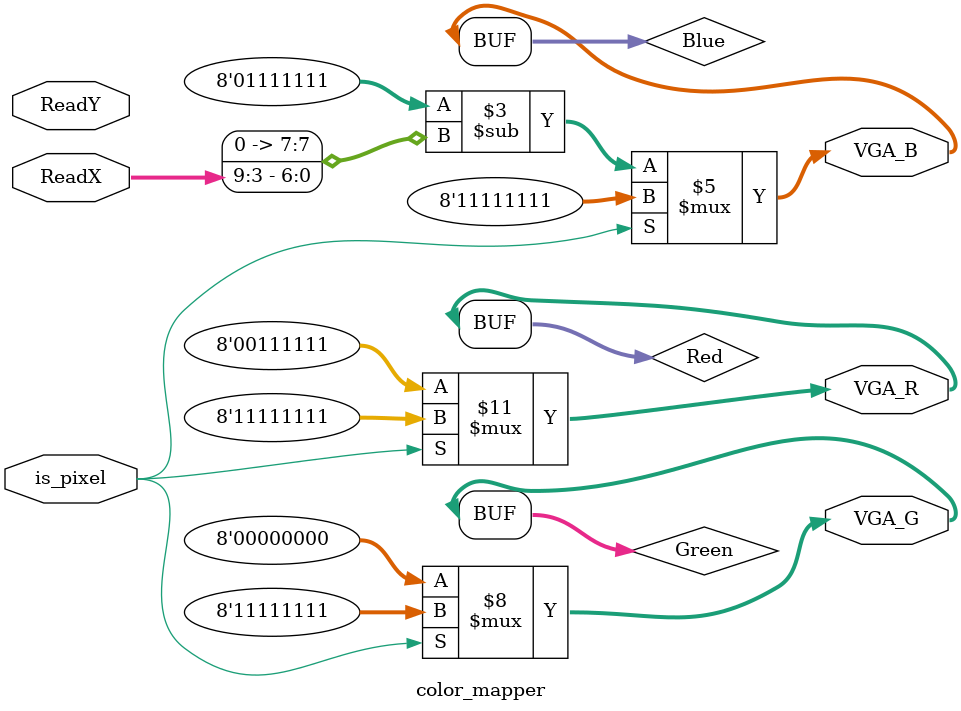
<source format=sv>


// color_mapper: Decide which color to be output to VGA for each pixel.
module  color_mapper(   input               is_pixel,           // Whether current pixel should be drew
                                                                //   or background
                        input        [9:0]  ReadX, ReadY,       // Current pixel coordinates
                        output logic [7:0]  VGA_R, VGA_G, VGA_B // VGA RGB output
                    );
    
    logic [7:0] Red, Green, Blue;
    
    // Output colors to VGA
    assign VGA_R = Red;
    assign VGA_G = Green;
    assign VGA_B = Blue;
    
    always_comb
    begin
        if (is_pixel == 1'b1)
        begin
            Red = 8'hff;
            Green = 8'hff;
            Blue = 8'hff;
        end
        else
        begin
            // Background with nice color gradient
            Red = 8'h3f;
            Green = 8'h00;
            Blue = 8'h7f - {1'b0, ReadX[9:3]};
        end
    end
    
endmodule

</source>
